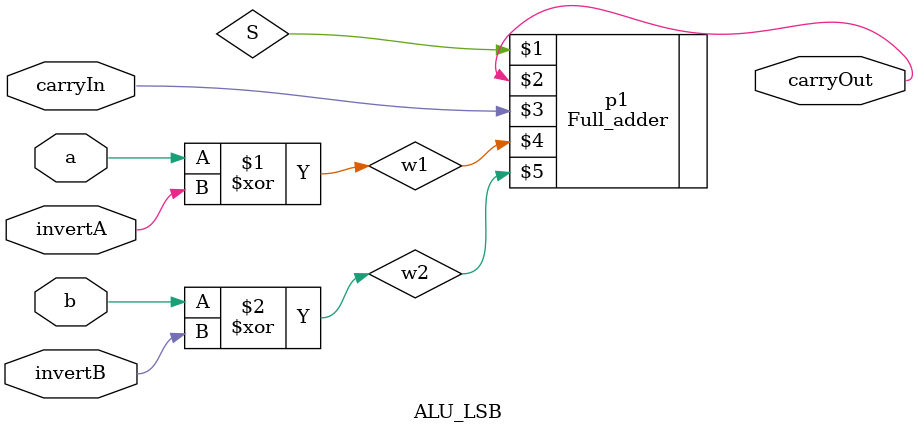
<source format=v>

module ALU_LSB(carryOut, a, b, invertA, invertB, carryIn);
  
  output wire carryOut;
  
  input wire a;
  input wire b;
  input wire invertA;
  input wire invertB;
  input wire carryIn;
  // result cannot be calculated now
  wire w1, w2;
  wire S;

  xor x1(w1, a, invertA);                       // simple MUX for a and invertA
  xor x2(w2, b, invertB);

  Full_adder p1(S, carryOut, carryIn, w1, w2);  // here just for providing carry[0] to support other ALU

endmodule
</source>
